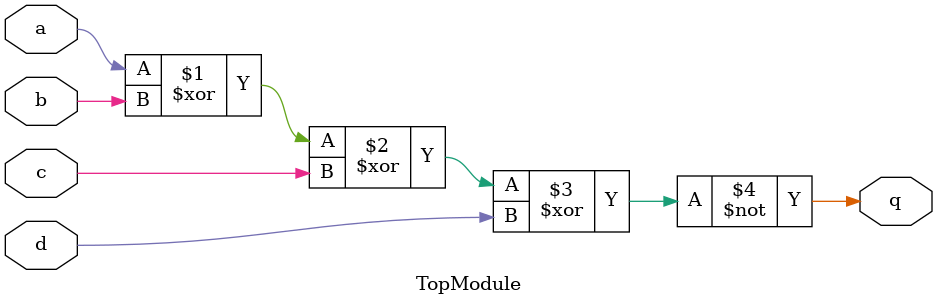
<source format=sv>

module TopModule (
  input a,
  input b,
  input c,
  input d,
  output q
);

  // This circuit implements a 4-bit even parity checker.
  // The output q is 1 when there is an even number of 1s in the input (a, b, c, d).
  // This can be implemented using XOR operations.
  // XOR of two bits is 1 when exactly one of them is 1.
  // The parity of all four bits can be computed as: a ^ b ^ c ^ d
  // However, since we want even parity (q=1 when even number of 1s),
  // we need to invert the result of XOR operations.
  
  assign q = ~(a ^ b ^ c ^ d);
  
endmodule

</source>
